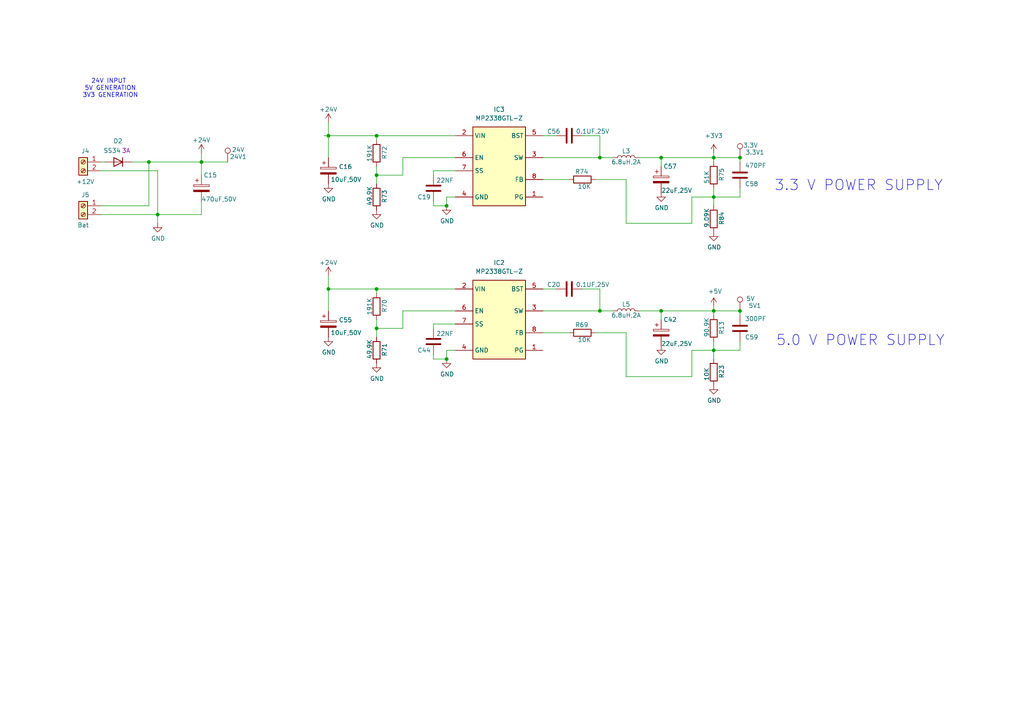
<source format=kicad_sch>
(kicad_sch (version 20231120) (generator "eeschema") (generator_version "8.0")
  (paper "A4")
  (lib_symbols
    (symbol "Connector:Screw_Terminal_01x02" (pin_names (offset 1.016) hide)
      (property "Reference" "J" (at 0 2.54 0))
      (property "Value" "Screw_Terminal_01x02" (at 0 -5.08 0))
      (symbol "Screw_Terminal_01x02_1_1"
        (rectangle (start -1.27 1.27) (end 1.27 -3.81) (stroke (width 0.254)) (fill (type background)))
        (circle (center 0 -2.54) (radius 0.635) (stroke (width 0.1524)))
        (polyline (pts (xy -0.5334 -2.2098) (xy 0.3302 -3.048)) (stroke (width 0.1524)))
        (polyline (pts (xy -0.5334 0.3302) (xy 0.3302 -0.508)) (stroke (width 0.1524)))
        (polyline (pts (xy -0.3556 -2.032) (xy 0.508 -2.8702)) (stroke (width 0.1524)))
        (polyline (pts (xy -0.3556 0.508) (xy 0.508 -0.3302)) (stroke (width 0.1524)))
        (circle (center 0 0) (radius 0.635) (stroke (width 0.1524)))
        (pin passive line (at -5.08 0 0) (length 3.81) (name "Pin_1") (number "1"))
        (pin passive line (at -5.08 -2.54 0) (length 3.81) (name "Pin_2") (number "2"))
      )
    )
    (symbol "Connector:TestPoint" (pin_numbers hide) (pin_names (offset 0.762) hide)
      (property "Reference" "TP" (at 0 6.858 0))
      (property "Value" "TestPoint" (at 0 5.08 0))
      (symbol "TestPoint_0_1"
        (circle (center 0 3.302) (radius 0.762))
      )
      (symbol "TestPoint_1_1"
        (pin passive line (at 0 0 90) (length 2.54) (name "1") (number "1"))
      )
    )
    (symbol "Device:C" (pin_numbers hide) (pin_names (offset 0.254))
      (property "Reference" "C" (at 0.635 2.54 0))
      (property "Value" "C" (at 0.635 -2.54 0))
      (symbol "C_0_1"
        (polyline (pts (xy -2.032 -0.762) (xy 2.032 -0.762)) (stroke (width 0.508)))
        (polyline (pts (xy -2.032 0.762) (xy 2.032 0.762)) (stroke (width 0.508)))
      )
      (symbol "C_1_1"
        (pin passive line (at 0 3.81 270) (length 2.794) (name "~") (number "1"))
        (pin passive line (at 0 -3.81 90) (length 2.794) (name "~") (number "2"))
      )
    )
    (symbol "Device:D" (pin_numbers hide) (pin_names (offset 1.016) hide)
      (property "Reference" "D" (at 0 2.54 0))
      (property "Value" "D" (at 0 -2.54 0))
      (symbol "D_0_1"
        (polyline (pts (xy -1.27 1.27) (xy -1.27 -1.27)) (stroke (width 0.254)))
        (polyline (pts (xy 1.27 0) (xy -1.27 0)))
        (polyline (pts (xy 1.27 1.27) (xy 1.27 -1.27) (xy -1.27 0) (xy 1.27 1.27)) (stroke (width 0.254)))
      )
      (symbol "D_1_1"
        (pin passive line (at -3.81 0 0) (length 2.54) (name "K") (number "1"))
        (pin passive line (at 3.81 0 180) (length 2.54) (name "A") (number "2"))
      )
    )
    (symbol "Device:L" (pin_numbers hide) (pin_names (offset 1.016) hide)
      (property "Reference" "L" (at -1.27 0 90))
      (property "Value" "L" (at 1.905 0 90))
      (symbol "L_0_1"
        (arc (start 0 -2.54) (mid 0.6323 -1.905) (end 0 -1.27))
        (arc (start 0 -1.27) (mid 0.6323 -0.635) (end 0 0))
        (arc (start 0 0) (mid 0.6323 0.635) (end 0 1.27))
        (arc (start 0 1.27) (mid 0.6323 1.905) (end 0 2.54))
      )
      (symbol "L_1_1"
        (pin passive line (at 0 3.81 270) (length 1.27) (name "1") (number "1"))
        (pin passive line (at 0 -3.81 90) (length 1.27) (name "2") (number "2"))
      )
    )
    (symbol "Device:R" (pin_numbers hide) (pin_names (offset 0))
      (property "Reference" "R" (at 2.032 0 90))
      (property "Value" "R" (at 0 0 90))
      (symbol "R_0_1"
        (rectangle (start -1.016 -2.54) (end 1.016 2.54) (stroke (width 0.254)))
      )
      (symbol "R_1_1"
        (pin passive line (at 0 3.81 270) (length 1.27) (name "~") (number "1"))
        (pin passive line (at 0 -3.81 90) (length 1.27) (name "~") (number "2"))
      )
    )
    (symbol "ETCC_3_DEMO-rescue:CP-Device" (pin_numbers hide) (pin_names (offset 0.254))
      (property "Reference" "C" (at 0.635 2.54 0))
      (property "Value" "CP-Device" (at 0.635 -2.54 0))
      (symbol "CP-Device_0_1"
        (rectangle (start -2.286 0.508) (end 2.286 1.016))
        (polyline (pts (xy -1.778 2.286) (xy -0.762 2.286)))
        (polyline (pts (xy -1.27 2.794) (xy -1.27 1.778)))
        (rectangle (start 2.286 -0.508) (end -2.286 -1.016) (fill (type outline)))
      )
      (symbol "CP-Device_1_1"
        (pin passive line (at 0 3.81 270) (length 2.794) (name "~") (number "1"))
        (pin passive line (at 0 -3.81 90) (length 2.794) (name "~") (number "2"))
      )
    )
    (symbol "MP2338GTL:MP2338GTL-Z"
      (property "Reference" "IC2" (at 12.7 7.62 0))
      (property "Value" "MP2338GTL-Z" (at 12.7 5.08 0))
      (symbol "MP2338GTL-Z_1_1"
        (rectangle (start 5.08 2.54) (end 20.32 -20.32) (stroke (width 0.254)) (fill (type background)))
        (pin passive line (at 25.4 -17.78 180) (length 5.08) (name "PG") (number "1"))
        (pin passive line (at 0 0 0) (length 5.08) (name "VIN") (number "2"))
        (pin passive line (at 25.4 -6.35 180) (length 5.08) (name "SW") (number "3"))
        (pin passive line (at 0 -17.78 0) (length 5.08) (name "GND") (number "4"))
        (pin passive line (at 25.4 0 180) (length 5.08) (name "BST") (number "5"))
        (pin passive line (at 0 -6.35 0) (length 5.08) (name "EN") (number "6"))
        (pin passive line (at 0 -10.16 0) (length 5.08) (name "SS") (number "7"))
        (pin passive line (at 25.4 -12.7 180) (length 5.08) (name "FB") (number "8"))
      )
    )
    (symbol "power:+24V" (power) (pin_names (offset 0))
      (property "Value" "+24V" (at 0 3.556 0))
      (symbol "+24V_0_1"
        (polyline (pts (xy -0.762 1.27) (xy 0 2.54)))
        (polyline (pts (xy 0 0) (xy 0 2.54)))
        (polyline (pts (xy 0 2.54) (xy 0.762 1.27)))
      )
      (symbol "+24V_1_1"
        (pin power_in line (at 0 0 90) (length 0) hide (name "+24V") (number "1"))
      )
    )
    (symbol "power:+3V3" (power) (pin_numbers hide) (pin_names (offset 0) hide)
      (property "Value" "+3V3" (at 0 3.556 0))
      (symbol "+3V3_0_1"
        (polyline (pts (xy -0.762 1.27) (xy 0 2.54)))
        (polyline (pts (xy 0 0) (xy 0 2.54)))
        (polyline (pts (xy 0 2.54) (xy 0.762 1.27)))
      )
      (symbol "+3V3_1_1"
        (pin power_in line (at 0 0 90) (length 0) (name "~") (number "1"))
      )
    )
    (symbol "power:+5V" (power) (pin_names (offset 0))
      (property "Value" "+5V" (at 0 3.556 0))
      (symbol "+5V_0_1"
        (polyline (pts (xy -0.762 1.27) (xy 0 2.54)))
        (polyline (pts (xy 0 0) (xy 0 2.54)))
        (polyline (pts (xy 0 2.54) (xy 0.762 1.27)))
      )
      (symbol "+5V_1_1"
        (pin power_in line (at 0 0 90) (length 0) hide (name "+5V") (number "1"))
      )
    )
    (symbol "power:GND" (power) (pin_names (offset 0))
      (property "Value" "GND" (at 0 -3.81 0))
      (symbol "GND_0_1"
        (polyline (pts (xy 0 0) (xy 0 -1.27) (xy 1.27 -1.27) (xy 0 -2.54) (xy -1.27 -1.27) (xy 0 -1.27)))
      )
      (symbol "GND_1_1"
        (pin power_in line (at 0 0 270) (length 0) hide (name "GND") (number "1"))
      )
    )
  )
  (junction (at 214.63 45.72))
  (junction (at 45.72 62.23))
  (junction (at 173.99 90.17))
  (junction (at 173.99 45.72))
  (junction (at 109.22 83.82))
  (junction (at 214.63 90.17))
  (junction (at 207.01 90.17))
  (junction (at 191.77 45.72))
  (junction (at 207.01 57.15))
  (junction (at 207.01 45.72))
  (junction (at 191.77 90.17))
  (junction (at 129.54 104.14))
  (junction (at 109.22 95.25))
  (junction (at 43.18 46.99))
  (junction (at 207.01 101.6))
  (junction (at 109.22 50.8))
  (junction (at 109.22 39.37))
  (junction (at 95.25 39.37))
  (junction (at 95.25 83.82))
  (junction (at 58.42 46.99))
  (junction (at 129.54 59.69))
  (wire (pts (xy 207.01 101.6) (xy 207.01 104.14)))
  (wire (pts (xy 116.84 50.8) (xy 109.22 50.8)))
  (wire (pts (xy 207.01 88.9) (xy 207.01 90.17)))
  (wire (pts (xy 125.73 59.69) (xy 125.73 58.42)))
  (wire (pts (xy 125.73 49.53) (xy 132.08 49.53)))
  (wire (pts (xy 157.48 52.07) (xy 165.1 52.07)))
  (wire (pts (xy 132.08 90.17) (xy 116.84 90.17)))
  (wire (pts (xy 45.72 64.77) (xy 45.72 62.23)))
  (wire (pts (xy 214.63 90.17) (xy 207.01 90.17)))
  (wire (pts (xy 95.25 39.37) (xy 95.25 45.72)))
  (wire (pts (xy 109.22 50.8) (xy 109.22 53.34)))
  (wire (pts (xy 29.21 59.69) (xy 43.18 59.69)))
  (wire (pts (xy 191.77 92.71) (xy 191.77 90.17)))
  (wire (pts (xy 132.08 57.15) (xy 129.54 57.15)))
  (wire (pts (xy 200.66 101.6) (xy 207.01 101.6)))
  (wire (pts (xy 191.77 45.72) (xy 185.42 45.72)))
  (wire (pts (xy 116.84 90.17) (xy 116.84 95.25)))
  (wire (pts (xy 173.99 83.82) (xy 173.99 90.17)))
  (wire (pts (xy 173.99 90.17) (xy 177.8 90.17)))
  (wire (pts (xy 214.63 45.72) (xy 207.01 45.72)))
  (wire (pts (xy 200.66 64.77) (xy 200.66 57.15)))
  (wire (pts (xy 116.84 95.25) (xy 109.22 95.25)))
  (wire (pts (xy 43.18 46.99) (xy 58.42 46.99)))
  (wire (pts (xy 129.54 104.14) (xy 125.73 104.14)))
  (wire (pts (xy 43.18 46.99) (xy 43.18 59.69)))
  (wire (pts (xy 129.54 57.15) (xy 129.54 59.69)))
  (wire (pts (xy 181.61 109.22) (xy 200.66 109.22)))
  (wire (pts (xy 214.63 99.06) (xy 214.63 101.6)))
  (wire (pts (xy 214.63 101.6) (xy 207.01 101.6)))
  (wire (pts (xy 30.48 46.99) (xy 29.21 46.99)))
  (wire (pts (xy 207.01 44.45) (xy 207.01 45.72)))
  (wire (pts (xy 214.63 46.99) (xy 214.63 45.72)))
  (wire (pts (xy 109.22 39.37) (xy 132.08 39.37)))
  (wire (pts (xy 45.72 49.53) (xy 45.72 62.23)))
  (wire (pts (xy 207.01 54.61) (xy 207.01 57.15)))
  (wire (pts (xy 58.42 46.99) (xy 58.42 50.8)))
  (wire (pts (xy 191.77 90.17) (xy 185.42 90.17)))
  (wire (pts (xy 157.48 45.72) (xy 173.99 45.72)))
  (wire (pts (xy 207.01 91.44) (xy 207.01 90.17)))
  (wire (pts (xy 129.54 59.69) (xy 125.73 59.69)))
  (wire (pts (xy 191.77 90.17) (xy 207.01 90.17)))
  (wire (pts (xy 207.01 45.72) (xy 191.77 45.72)))
  (wire (pts (xy 125.73 95.25) (xy 125.73 93.98)))
  (wire (pts (xy 173.99 39.37) (xy 173.99 45.72)))
  (wire (pts (xy 181.61 96.52) (xy 181.61 109.22)))
  (wire (pts (xy 95.25 83.82) (xy 95.25 90.17)))
  (wire (pts (xy 129.54 101.6) (xy 129.54 104.14)))
  (wire (pts (xy 45.72 49.53) (xy 29.21 49.53)))
  (wire (pts (xy 95.25 39.37) (xy 109.22 39.37)))
  (wire (pts (xy 157.48 90.17) (xy 173.99 90.17)))
  (wire (pts (xy 109.22 85.09) (xy 109.22 83.82)))
  (wire (pts (xy 173.99 45.72) (xy 177.8 45.72)))
  (wire (pts (xy 172.72 52.07) (xy 181.61 52.07)))
  (wire (pts (xy 168.91 83.82) (xy 173.99 83.82)))
  (wire (pts (xy 214.63 91.44) (xy 214.63 90.17)))
  (wire (pts (xy 125.73 50.8) (xy 125.73 49.53)))
  (wire (pts (xy 116.84 45.72) (xy 116.84 50.8)))
  (wire (pts (xy 95.25 80.01) (xy 95.25 83.82)))
  (wire (pts (xy 191.77 48.26) (xy 191.77 45.72)))
  (wire (pts (xy 109.22 40.64) (xy 109.22 39.37)))
  (wire (pts (xy 172.72 96.52) (xy 181.61 96.52)))
  (wire (pts (xy 95.25 35.56) (xy 95.25 39.37)))
  (wire (pts (xy 58.42 46.99) (xy 66.04 46.99)))
  (wire (pts (xy 38.1 46.99) (xy 43.18 46.99)))
  (wire (pts (xy 157.48 96.52) (xy 165.1 96.52)))
  (wire (pts (xy 125.73 93.98) (xy 132.08 93.98)))
  (wire (pts (xy 109.22 95.25) (xy 109.22 97.79)))
  (wire (pts (xy 157.48 39.37) (xy 161.29 39.37)))
  (wire (pts (xy 58.42 58.42) (xy 58.42 62.23)))
  (wire (pts (xy 109.22 48.26) (xy 109.22 50.8)))
  (wire (pts (xy 132.08 45.72) (xy 116.84 45.72)))
  (wire (pts (xy 181.61 64.77) (xy 200.66 64.77)))
  (wire (pts (xy 214.63 57.15) (xy 207.01 57.15)))
  (wire (pts (xy 200.66 57.15) (xy 207.01 57.15)))
  (wire (pts (xy 207.01 46.99) (xy 207.01 45.72)))
  (wire (pts (xy 95.25 83.82) (xy 109.22 83.82)))
  (wire (pts (xy 58.42 44.45) (xy 58.42 46.99)))
  (wire (pts (xy 207.01 99.06) (xy 207.01 101.6)))
  (wire (pts (xy 168.91 39.37) (xy 173.99 39.37)))
  (wire (pts (xy 157.48 83.82) (xy 161.29 83.82)))
  (wire (pts (xy 109.22 83.82) (xy 132.08 83.82)))
  (wire (pts (xy 125.73 104.14) (xy 125.73 102.87)))
  (wire (pts (xy 93.98 39.37) (xy 95.25 39.37)))
  (wire (pts (xy 214.63 54.61) (xy 214.63 57.15)))
  (wire (pts (xy 181.61 52.07) (xy 181.61 64.77)))
  (wire (pts (xy 29.21 62.23) (xy 45.72 62.23)))
  (wire (pts (xy 200.66 109.22) (xy 200.66 101.6)))
  (wire (pts (xy 207.01 57.15) (xy 207.01 59.69)))
  (wire (pts (xy 132.08 101.6) (xy 129.54 101.6)))
  (wire (pts (xy 58.42 62.23) (xy 45.72 62.23)))
  (wire (pts (xy 109.22 92.71) (xy 109.22 95.25)))
  (text "3.3 V POWER SUPPLY" (at 224.536 55.626 0) (effects (font (size 3 3)) (justify left bottom)))
  (text "5.0 V POWER SUPPLY" (at 225.044 100.584 0) (effects (font (size 3 3)) (justify left bottom)))
  (text "24V INPUT \n5V GENERATION\n3V3 GENERATION" (at 32.004 25.654 0) (effects (font (size 1.27 1.27))))
  (symbol (lib_id "Device:R") (at 109.22 57.15 0) (unit 1)
    (property "Reference" "R73" (at 111.506 58.928 90) (effects (justify left)))
    (property "Value" "49.9K" (at 107.188 59.69 90) (effects (justify left)))
    (property "Footprint" "Resistor_SMD:R_0805_2012Metric_Pad1.20x1.40mm_HandSolder" (effects (hide yes)))
  )
  (symbol (lib_id "Connector:Screw_Terminal_01x02") (at 24.13 59.69 0) (mirror y) (unit 1)
    (property "Reference" "J5" (at 24.765 56.515 0))
    (property "Value" "Bat" (at 24.13 65.278 0))
    (property "Footprint" "TerminalBlock_Phoenix:TerminalBlock_Phoenix_MKDS-3-2-5.08_1x02_P5.08mm_Horizontal" (effects (hide yes)))
  )
  (symbol (lib_id "Device:R") (at 168.91 96.52 90) (unit 1)
    (property "Reference" "R69" (at 170.688 94.234 90) (effects (justify left)))
    (property "Value" "10K" (at 171.45 98.552 90) (effects (justify left)))
    (property "Footprint" "Resistor_SMD:R_0805_2012Metric_Pad1.20x1.40mm_HandSolder" (effects (hide yes)))
  )
  (symbol (lib_id "power:GND") (at 45.72 64.77 0) (unit 1)
    (property "Reference" "#PWR021" (effects (hide yes)))
    (property "Value" "GND" (at 45.847 69.1642 0))
  )
  (symbol (lib_id "ETCC_3_DEMO-rescue:CP-Device") (at 95.25 49.53 0) (unit 1)
    (property "Reference" "C16" (at 98.2472 48.3616 0) (effects (justify left)))
    (property "Value" "10uF,50V" (at 95.885 52.07 0) (effects (justify left)))
    (property "Footprint" "Capacitor_SMD:CP_Elec_8x5.4" (effects (hide yes)))
  )
  (symbol (lib_id "power:GND") (at 191.77 100.33 0) (unit 1)
    (property "Reference" "#PWR0203" (effects (hide yes)))
    (property "Value" "GND" (at 191.897 104.7242 0))
  )
  (symbol (lib_id "Connector:TestPoint") (at 214.63 45.72 0) (unit 1)
    (property "Reference" "3.3V1" (at 218.948 44.196 0))
    (property "Value" "3.3V" (at 217.678 42.164 0))
    (property "Footprint" "TestPoint:TestPoint_Pad_1.0x1.0mm" (effects (hide yes)))
  )
  (symbol (lib_id "Device:R") (at 207.01 107.95 0) (unit 1)
    (property "Reference" "R23" (at 209.296 109.728 90) (effects (justify left)))
    (property "Value" "10K" (at 204.978 110.49 90) (effects (justify left)))
    (property "Footprint" "Resistor_SMD:R_0805_2012Metric_Pad1.20x1.40mm_HandSolder" (effects (hide yes)))
  )
  (symbol (lib_id "Device:R") (at 109.22 88.9 0) (unit 1)
    (property "Reference" "R70" (at 111.506 90.678 90) (effects (justify left)))
    (property "Value" "191K" (at 107.188 91.44 90) (effects (justify left)))
    (property "Footprint" "Resistor_SMD:R_0805_2012Metric_Pad1.20x1.40mm_HandSolder" (effects (hide yes)))
  )
  (symbol (lib_id "Device:R") (at 207.01 63.5 0) (unit 1)
    (property "Reference" "R84" (at 209.296 65.278 90) (effects (justify left)))
    (property "Value" "9.09K" (at 204.978 66.04 90) (effects (justify left)))
    (property "Footprint" "Resistor_SMD:R_0805_2012Metric_Pad1.20x1.40mm_HandSolder" (effects (hide yes)))
  )
  (symbol (lib_id "power:GND") (at 95.25 53.34 0) (unit 1)
    (property "Reference" "#PWR060" (effects (hide yes)))
    (property "Value" "GND" (at 95.377 57.7342 0))
  )
  (symbol (lib_id "Device:R") (at 168.91 52.07 90) (unit 1)
    (property "Reference" "R74" (at 170.688 49.784 90) (effects (justify left)))
    (property "Value" "10K" (at 171.45 54.102 90) (effects (justify left)))
    (property "Footprint" "Resistor_SMD:R_0805_2012Metric_Pad1.20x1.40mm_HandSolder" (effects (hide yes)))
  )
  (symbol (lib_id "Device:C") (at 165.1 39.37 90) (unit 1)
    (property "Reference" "C56" (at 162.56 38.1 90) (effects (justify left)))
    (property "Value" "0.1UF,25V" (at 176.784 38.1 90) (effects (justify left)))
    (property "Footprint" "Capacitor_SMD:C_0805_2012Metric" (effects (hide yes)))
  )
  (symbol (lib_id "Connector:Screw_Terminal_01x02") (at 24.13 46.99 0) (mirror y) (unit 1)
    (property "Reference" "J4" (at 24.765 43.815 0))
    (property "Value" "+12V" (at 24.765 52.705 0))
    (property "Footprint" "TerminalBlock_Phoenix:TerminalBlock_Phoenix_MKDS-3-2-5.08_1x02_P5.08mm_Horizontal" (effects (hide yes)))
  )
  (symbol (lib_id "Device:C") (at 125.73 99.06 180) (unit 1)
    (property "Reference" "C44" (at 124.968 101.6 0) (effects (justify left)))
    (property "Value" "22NF" (at 131.572 96.774 0) (effects (justify left)))
    (property "Footprint" "Capacitor_SMD:C_0805_2012Metric" (effects (hide yes)))
  )
  (symbol (lib_id "power:GND") (at 191.77 55.88 0) (unit 1)
    (property "Reference" "#PWR0170" (effects (hide yes)))
    (property "Value" "GND" (at 191.897 60.2742 0))
  )
  (symbol (lib_id "Connector:TestPoint") (at 214.63 90.17 0) (unit 1)
    (property "Reference" "5V1" (at 218.948 88.646 0))
    (property "Value" "5V" (at 217.678 86.614 0))
    (property "Footprint" "TestPoint:TestPoint_Pad_1.0x1.0mm" (effects (hide yes)))
  )
  (symbol (lib_id "Device:C") (at 125.73 54.61 180) (unit 1)
    (property "Reference" "C19" (at 124.968 57.15 0) (effects (justify left)))
    (property "Value" "22NF" (at 131.572 52.324 0) (effects (justify left)))
    (property "Footprint" "Capacitor_SMD:C_0805_2012Metric" (effects (hide yes)))
  )
  (symbol (lib_id "power:+5V") (at 207.01 88.9 0) (unit 1)
    (property "Reference" "#PWR053" (effects (hide yes)))
    (property "Value" "+5V" (at 207.391 84.5058 0))
  )
  (symbol (lib_id "Device:R") (at 109.22 44.45 0) (unit 1)
    (property "Reference" "R72" (at 111.506 46.228 90) (effects (justify left)))
    (property "Value" "191K" (at 107.188 46.99 90) (effects (justify left)))
    (property "Footprint" "Resistor_SMD:R_0805_2012Metric_Pad1.20x1.40mm_HandSolder" (effects (hide yes)))
  )
  (symbol (lib_id "power:GND") (at 109.22 60.96 0) (unit 1)
    (property "Reference" "#PWR064" (effects (hide yes)))
    (property "Value" "GND" (at 109.347 65.3542 0))
  )
  (symbol (lib_id "Device:C") (at 165.1 83.82 90) (unit 1)
    (property "Reference" "C20" (at 162.56 82.55 90) (effects (justify left)))
    (property "Value" "0.1UF,25V" (at 176.784 82.55 90) (effects (justify left)))
    (property "Footprint" "Capacitor_SMD:C_0805_2012Metric" (effects (hide yes)))
  )
  (symbol (lib_id "power:GND") (at 207.01 67.31 0) (unit 1)
    (property "Reference" "#PWR0208" (effects (hide yes)))
    (property "Value" "GND" (at 207.137 71.7042 0))
  )
  (symbol (lib_id "ETCC_3_DEMO-rescue:CP-Device") (at 95.25 93.98 0) (unit 1)
    (property "Reference" "C55" (at 98.2472 92.8116 0) (effects (justify left)))
    (property "Value" "10uF,50V" (at 95.885 96.52 0) (effects (justify left)))
    (property "Footprint" "Capacitor_SMD:CP_Elec_8x5.4" (effects (hide yes)))
  )
  (symbol (lib_id "power:+24V") (at 95.25 80.01 0) (unit 1)
    (property "Reference" "#PWR035" (effects (hide yes)))
    (property "Value" "+24V" (at 95.25 76.2 0))
  )
  (symbol (lib_id "Device:R") (at 207.01 50.8 0) (unit 1)
    (property "Reference" "R75" (at 209.296 52.578 90) (effects (justify left)))
    (property "Value" "51K" (at 204.978 53.34 90) (effects (justify left)))
    (property "Footprint" "Resistor_SMD:R_0805_2012Metric_Pad1.20x1.40mm_HandSolder" (effects (hide yes)))
  )
  (symbol (lib_id "Device:C") (at 214.63 95.25 180) (unit 1)
    (property "Reference" "C59" (at 219.964 97.79 0) (effects (justify left)))
    (property "Value" "300PF" (at 222.25 92.456 0) (effects (justify left)))
    (property "Footprint" "Capacitor_SMD:C_0805_2012Metric" (effects (hide yes)))
  )
  (symbol (lib_id "power:GND") (at 129.54 59.69 0) (unit 1)
    (property "Reference" "#PWR0144" (effects (hide yes)))
    (property "Value" "GND" (at 129.667 64.0842 0))
  )
  (symbol (lib_id "power:GND") (at 207.01 111.76 0) (unit 1)
    (property "Reference" "#PWR0204" (effects (hide yes)))
    (property "Value" "GND" (at 207.137 116.1542 0))
  )
  (symbol (lib_id "Device:L") (at 181.61 45.72 90) (unit 1)
    (property "Reference" "L3" (at 181.61 43.815 90))
    (property "Value" "6.8uH,2A" (at 181.61 46.99 90))
    (property "Footprint" "Inductor_SMD:L_2010_5025Metric" (effects (hide yes)))
  )
  (symbol (lib_id "Device:C") (at 214.63 50.8 180) (unit 1)
    (property "Reference" "C58" (at 219.964 53.34 0) (effects (justify left)))
    (property "Value" "470PF" (at 222.25 48.006 0) (effects (justify left)))
    (property "Footprint" "Capacitor_SMD:C_0805_2012Metric" (effects (hide yes)))
  )
  (symbol (lib_id "Device:L") (at 181.61 90.17 90) (unit 1)
    (property "Reference" "L5" (at 181.61 88.265 90))
    (property "Value" "6.8uH,2A" (at 181.61 91.44 90))
    (property "Footprint" "Inductor_SMD:L_2010_5025Metric" (effects (hide yes)))
  )
  (symbol (lib_id "Device:D") (at 34.29 46.99 180) (unit 1)
    (property "Reference" "D2" (at 35.56 40.894 0) (effects (justify left)))
    (property "Value" "SS34" (at 35.052 43.688 0) (effects (justify left)))
    (property "Footprint" "Diode_SMD:D_SMA" (effects (hide yes)))
    (property "Field4" "3A" (at 36.576 43.688 0))
  )
  (symbol (lib_id "Connector:TestPoint") (at 66.04 46.99 0) (unit 1)
    (property "Reference" "24V1" (at 69.088 45.466 0))
    (property "Value" "24V" (at 69.088 43.434 0))
    (property "Footprint" "TestPoint:TestPoint_Pad_1.0x1.0mm" (effects (hide yes)))
  )
  (symbol (lib_id "power:GND") (at 109.22 105.41 0) (unit 1)
    (property "Reference" "#PWR0206" (effects (hide yes)))
    (property "Value" "GND" (at 109.347 109.8042 0))
  )
  (symbol (lib_id "Device:R") (at 109.22 101.6 0) (unit 1)
    (property "Reference" "R71" (at 111.506 103.378 90) (effects (justify left)))
    (property "Value" "49.9K" (at 107.188 104.14 90) (effects (justify left)))
    (property "Footprint" "Resistor_SMD:R_0805_2012Metric_Pad1.20x1.40mm_HandSolder" (effects (hide yes)))
  )
  (symbol (lib_id "ETCC_3_DEMO-rescue:CP-Device") (at 58.42 54.61 0) (unit 1)
    (property "Reference" "C15" (at 59.055 50.8 0) (effects (justify left)))
    (property "Value" "470uF,50V" (at 58.42 57.785 0) (effects (justify left)))
    (property "Footprint" "Capacitor_SMD:CP_Elec_10x10.5" (effects (hide yes)))
  )
  (symbol (lib_id "power:GND") (at 95.25 97.79 0) (unit 1)
    (property "Reference" "#PWR050" (effects (hide yes)))
    (property "Value" "GND" (at 95.377 102.1842 0))
  )
  (symbol (lib_id "Device:R") (at 207.01 95.25 0) (unit 1)
    (property "Reference" "R13" (at 209.296 97.028 90) (effects (justify left)))
    (property "Value" "90.9K" (at 204.978 97.79 90) (effects (justify left)))
    (property "Footprint" "Resistor_SMD:R_0805_2012Metric_Pad1.20x1.40mm_HandSolder" (effects (hide yes)))
  )
  (symbol (lib_id "power:+24V") (at 58.42 44.45 0) (unit 1)
    (property "Reference" "#PWR058" (effects (hide yes)))
    (property "Value" "+24V" (at 58.42 40.64 0))
  )
  (symbol (lib_id "ETCC_3_DEMO-rescue:CP-Device") (at 191.77 52.07 0) (unit 1)
    (property "Reference" "C57" (at 192.405 48.26 0) (effects (justify left)))
    (property "Value" "22uF,25V" (at 191.77 55.245 0) (effects (justify left)))
    (property "Footprint" "Capacitor_SMD:CP_Elec_6.3x5.3" (effects (hide yes)))
  )
  (symbol (lib_id "power:+3V3") (at 207.01 44.45 0) (unit 1)
    (property "Reference" "#PWR0209" (effects (hide yes)))
    (property "Value" "+3V3" (at 207.01 39.37 0))
    (property "Description" "Power symbol creates a global label with name \"+3V3\"" (effects (hide yes)))
  )
  (symbol (lib_id "MP2338GTL:MP2338GTL-Z") (at 132.08 39.37 0) (unit 1)
    (property "Reference" "IC3" (at 144.78 31.75 0))
    (property "Value" "MP2338GTL-Z" (at 144.78 34.29 0))
    (property "Footprint" "Package_TO_SOT_SMD:SOT-583-8" (effects (hide yes)))
    (property "Datasheet" "https://www.monolithicpower.com/en/documentview/productdocument/index/version/2/document_type/Datasheet/lang/en/sku/MP2338GTL/document_id/9461/" (effects (hide yes)))
    (property "Description" "Switching Voltage Regulators High-Efficiency,28V,3A,430kHz Synchronous Buck with PG and ext.SS In SOT583 Package" (effects (hide yes)))
    (property "Height" "0.6" (effects (hide yes)))
    (property "Mouser Part Number" "946-MP2338GTL-Z" (effects (hide yes)))
    (property "Mouser Price/Stock" "https://www.mouser.co.uk/ProductDetail/Monolithic-Power-Systems-MPS/MP2338GTL-Z?qs=Li%252BoUPsLEnuizxbD7Jo%252B7w%3D%3D" (effects (hide yes)))
    (property "Manufacturer_Name" "Monolithic Power Systems (MPS)" (effects (hide yes)))
    (property "Manufacturer_Part_Number" "MP2338GTL-Z" (effects (hide yes)))
  )
  (symbol (lib_id "power:+24V") (at 95.25 35.56 0) (unit 1)
    (property "Reference" "#PWR022" (effects (hide yes)))
    (property "Value" "+24V" (at 95.25 31.75 0))
  )
  (symbol (lib_id "MP2338GTL:MP2338GTL-Z") (at 132.08 83.82 0) (unit 1)
    (property "Reference" "IC2" (at 144.78 76.2 0))
    (property "Value" "MP2338GTL-Z" (at 144.78 78.74 0))
    (property "Footprint" "Package_TO_SOT_SMD:SOT-583-8" (effects (hide yes)))
    (property "Datasheet" "https://www.monolithicpower.com/en/documentview/productdocument/index/version/2/document_type/Datasheet/lang/en/sku/MP2338GTL/document_id/9461/" (effects (hide yes)))
    (property "Description" "Switching Voltage Regulators High-Efficiency,28V,3A,430kHz Synchronous Buck with PG and ext.SS In SOT583 Package" (effects (hide yes)))
    (property "Height" "0.6" (effects (hide yes)))
    (property "Mouser Part Number" "946-MP2338GTL-Z" (effects (hide yes)))
    (property "Mouser Price/Stock" "https://www.mouser.co.uk/ProductDetail/Monolithic-Power-Systems-MPS/MP2338GTL-Z?qs=Li%252BoUPsLEnuizxbD7Jo%252B7w%3D%3D" (effects (hide yes)))
    (property "Manufacturer_Name" "Monolithic Power Systems (MPS)" (effects (hide yes)))
    (property "Manufacturer_Part_Number" "MP2338GTL-Z" (effects (hide yes)))
  )
  (symbol (lib_id "ETCC_3_DEMO-rescue:CP-Device") (at 191.77 96.52 0) (unit 1)
    (property "Reference" "C42" (at 192.405 92.71 0) (effects (justify left)))
    (property "Value" "22uF,25V" (at 191.77 99.695 0) (effects (justify left)))
    (property "Footprint" "Capacitor_SMD:CP_Elec_6.3x5.3" (effects (hide yes)))
  )
  (symbol (lib_id "power:GND") (at 129.54 104.14 0) (unit 1)
    (property "Reference" "#PWR0205" (effects (hide yes)))
    (property "Value" "GND" (at 129.667 108.5342 0))
  )
)
</source>
